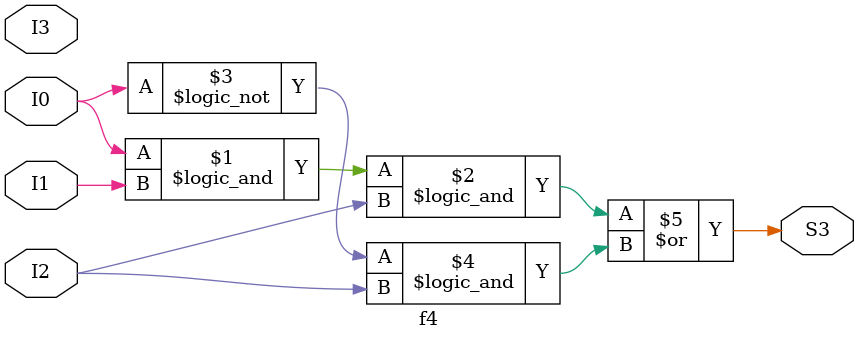
<source format=sv>
module f4(input I0, I1, I2, I3, 
			 output S3);

	assign S3 = (I0&&I1&&I2)|(!I0&&I2);
	
endmodule

</source>
